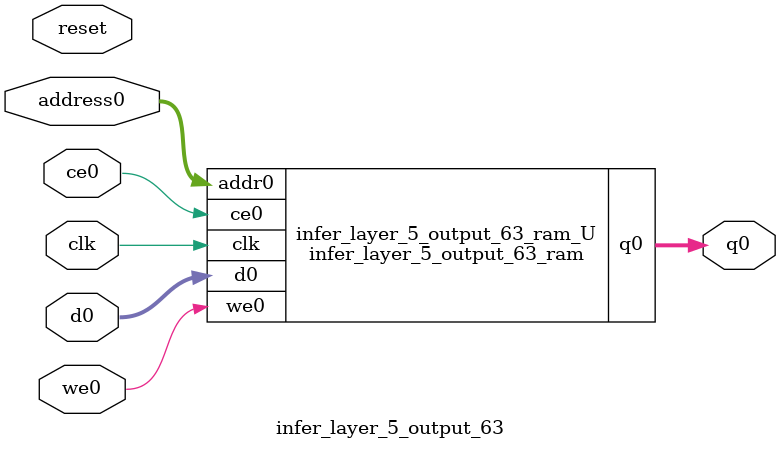
<source format=v>
`timescale 1 ns / 1 ps
module infer_layer_5_output_63_ram (addr0, ce0, d0, we0, q0,  clk);

parameter DWIDTH = 32;
parameter AWIDTH = 6;
parameter MEM_SIZE = 53;

input[AWIDTH-1:0] addr0;
input ce0;
input[DWIDTH-1:0] d0;
input we0;
output reg[DWIDTH-1:0] q0;
input clk;

reg [DWIDTH-1:0] ram[0:MEM_SIZE-1];




always @(posedge clk)  
begin 
    if (ce0) begin
        if (we0) 
            ram[addr0] <= d0; 
        q0 <= ram[addr0];
    end
end


endmodule

`timescale 1 ns / 1 ps
module infer_layer_5_output_63(
    reset,
    clk,
    address0,
    ce0,
    we0,
    d0,
    q0);

parameter DataWidth = 32'd32;
parameter AddressRange = 32'd53;
parameter AddressWidth = 32'd6;
input reset;
input clk;
input[AddressWidth - 1:0] address0;
input ce0;
input we0;
input[DataWidth - 1:0] d0;
output[DataWidth - 1:0] q0;



infer_layer_5_output_63_ram infer_layer_5_output_63_ram_U(
    .clk( clk ),
    .addr0( address0 ),
    .ce0( ce0 ),
    .we0( we0 ),
    .d0( d0 ),
    .q0( q0 ));

endmodule


</source>
